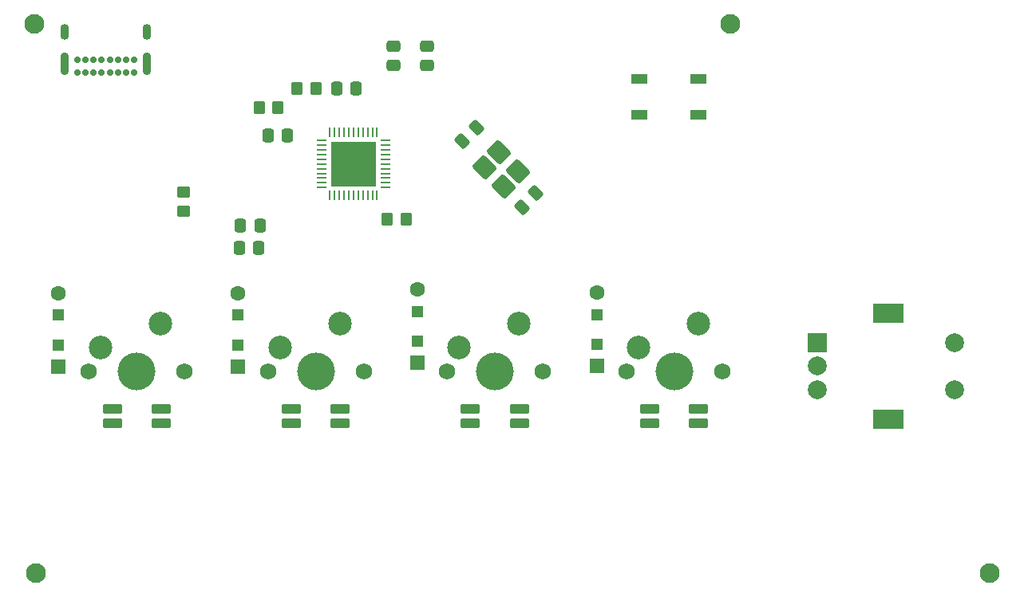
<source format=gbs>
%TF.GenerationSoftware,KiCad,Pcbnew,9.0.7*%
%TF.CreationDate,2026-02-17T21:12:57+08:00*%
%TF.ProjectId,3rd testing,33726420-7465-4737-9469-6e672e6b6963,rev?*%
%TF.SameCoordinates,Original*%
%TF.FileFunction,Soldermask,Bot*%
%TF.FilePolarity,Negative*%
%FSLAX46Y46*%
G04 Gerber Fmt 4.6, Leading zero omitted, Abs format (unit mm)*
G04 Created by KiCad (PCBNEW 9.0.7) date 2026-02-17 21:12:57*
%MOMM*%
%LPD*%
G01*
G04 APERTURE LIST*
G04 Aperture macros list*
%AMRoundRect*
0 Rectangle with rounded corners*
0 $1 Rounding radius*
0 $2 $3 $4 $5 $6 $7 $8 $9 X,Y pos of 4 corners*
0 Add a 4 corners polygon primitive as box body*
4,1,4,$2,$3,$4,$5,$6,$7,$8,$9,$2,$3,0*
0 Add four circle primitives for the rounded corners*
1,1,$1+$1,$2,$3*
1,1,$1+$1,$4,$5*
1,1,$1+$1,$6,$7*
1,1,$1+$1,$8,$9*
0 Add four rect primitives between the rounded corners*
20,1,$1+$1,$2,$3,$4,$5,0*
20,1,$1+$1,$4,$5,$6,$7,0*
20,1,$1+$1,$6,$7,$8,$9,0*
20,1,$1+$1,$8,$9,$2,$3,0*%
G04 Aperture macros list end*
%ADD10C,2.100000*%
%ADD11C,1.750000*%
%ADD12C,4.000000*%
%ADD13C,2.500000*%
%ADD14R,2.000000X2.000000*%
%ADD15C,2.000000*%
%ADD16R,3.200000X2.000000*%
%ADD17R,1.600000X1.600000*%
%ADD18R,1.200000X1.200000*%
%ADD19C,1.600000*%
%ADD20RoundRect,0.250000X0.337500X0.475000X-0.337500X0.475000X-0.337500X-0.475000X0.337500X-0.475000X0*%
%ADD21RoundRect,0.250000X0.350000X0.450000X-0.350000X0.450000X-0.350000X-0.450000X0.350000X-0.450000X0*%
%ADD22RoundRect,0.250000X0.450000X-0.350000X0.450000X0.350000X-0.450000X0.350000X-0.450000X-0.350000X0*%
%ADD23RoundRect,0.102000X0.900000X0.410000X-0.900000X0.410000X-0.900000X-0.410000X0.900000X-0.410000X0*%
%ADD24RoundRect,0.250000X-1.025305X0.106066X0.106066X-1.025305X1.025305X-0.106066X-0.106066X1.025305X0*%
%ADD25RoundRect,0.250000X0.097227X-0.574524X0.574524X-0.097227X-0.097227X0.574524X-0.574524X0.097227X0*%
%ADD26C,0.700000*%
%ADD27O,0.900000X1.700000*%
%ADD28O,0.900000X2.400000*%
%ADD29RoundRect,0.250000X-0.097227X0.574524X-0.574524X0.097227X0.097227X-0.574524X0.574524X-0.097227X0*%
%ADD30RoundRect,0.250000X0.475000X-0.337500X0.475000X0.337500X-0.475000X0.337500X-0.475000X-0.337500X0*%
%ADD31RoundRect,0.062500X-0.062500X0.450000X-0.062500X-0.450000X0.062500X-0.450000X0.062500X0.450000X0*%
%ADD32RoundRect,0.062500X-0.450000X0.062500X-0.450000X-0.062500X0.450000X-0.062500X0.450000X0.062500X0*%
%ADD33R,4.700000X4.700000*%
%ADD34RoundRect,0.250000X-0.337500X-0.475000X0.337500X-0.475000X0.337500X0.475000X-0.337500X0.475000X0*%
%ADD35RoundRect,0.250000X-0.350000X-0.450000X0.350000X-0.450000X0.350000X0.450000X-0.350000X0.450000X0*%
%ADD36R,1.700000X1.000000*%
G04 APERTURE END LIST*
D10*
%TO.C,REF\u002A\u002A*%
X167947500Y-106511250D03*
%TD*%
D11*
%TO.C,SW1*%
X72380000Y-85080000D03*
D12*
X77460000Y-85080000D03*
D11*
X82540000Y-85080000D03*
D13*
X73650000Y-82540000D03*
X80000000Y-80000000D03*
%TD*%
D11*
%TO.C,SW2*%
X91380000Y-85080000D03*
D12*
X96460000Y-85080000D03*
D11*
X101540000Y-85080000D03*
D13*
X92650000Y-82540000D03*
X99000000Y-80000000D03*
%TD*%
D10*
%TO.C,REF\u002A\u002A*%
X66744375Y-106511250D03*
%TD*%
%TO.C,REF\u002A\u002A*%
X140413125Y-48170625D03*
%TD*%
D14*
%TO.C,SW6*%
X149685000Y-82055000D03*
D15*
X149685000Y-87055000D03*
X149685000Y-84555000D03*
D16*
X157185000Y-78955000D03*
X157185000Y-90155000D03*
D15*
X164185000Y-87055000D03*
X164185000Y-82055000D03*
%TD*%
D10*
%TO.C,REF\u002A\u002A*%
X66594375Y-48170625D03*
%TD*%
D11*
%TO.C,SW4*%
X129380000Y-85080000D03*
D12*
X134460000Y-85080000D03*
D11*
X139540000Y-85080000D03*
D13*
X130650000Y-82540000D03*
X137000000Y-80000000D03*
%TD*%
D11*
%TO.C,SW3*%
X110380000Y-85080000D03*
D12*
X115460000Y-85080000D03*
D11*
X120540000Y-85080000D03*
D13*
X111650000Y-82540000D03*
X118000000Y-80000000D03*
%TD*%
D17*
%TO.C,D4*%
X126275625Y-84536250D03*
D18*
X126275625Y-82211250D03*
X126275625Y-79061250D03*
D19*
X126275625Y-76736250D03*
%TD*%
D20*
%TO.C,C4*%
X90406875Y-71983125D03*
X88331875Y-71983125D03*
%TD*%
D21*
%TO.C,R4*%
X96460000Y-55080000D03*
X94460000Y-55080000D03*
%TD*%
D22*
%TO.C,R5*%
X82460000Y-68080000D03*
X82460000Y-66080000D03*
%TD*%
D23*
%TO.C,D8*%
X131860000Y-89092500D03*
X131860000Y-90592500D03*
X137060000Y-90592500D03*
X137060000Y-89092500D03*
%TD*%
D17*
%TO.C,D2*%
X88175625Y-84601875D03*
D18*
X88175625Y-82276875D03*
X88175625Y-79126875D03*
D19*
X88175625Y-76801875D03*
%TD*%
D24*
%TO.C,Y1*%
X115865267Y-61844124D03*
X117915876Y-63894733D03*
X116360241Y-65450368D03*
X114309632Y-63399759D03*
%TD*%
D23*
%TO.C,D5*%
X74860000Y-89092500D03*
X74860000Y-90592500D03*
X80060000Y-90592500D03*
X80060000Y-89092500D03*
%TD*%
D25*
%TO.C,C2*%
X118316631Y-67647246D03*
X119783877Y-66180000D03*
%TD*%
D26*
%TO.C,P1*%
X71200625Y-53386250D03*
X72050625Y-53386250D03*
X72900625Y-53386250D03*
X73750625Y-53386250D03*
X74600625Y-53386250D03*
X75450625Y-53386250D03*
X76300625Y-53386250D03*
X77150625Y-53386250D03*
X77150625Y-52036250D03*
X76300625Y-52036250D03*
X75450625Y-52036250D03*
X74600625Y-52036250D03*
X73750625Y-52036250D03*
X72900625Y-52036250D03*
X72050625Y-52036250D03*
X71200625Y-52036250D03*
D27*
X69850625Y-49026250D03*
D28*
X69850625Y-52406250D03*
D27*
X78500625Y-49026250D03*
D28*
X78500625Y-52406250D03*
%TD*%
D20*
%TO.C,C5*%
X93460000Y-60080000D03*
X91385000Y-60080000D03*
%TD*%
D29*
%TO.C,C1*%
X113480000Y-59180000D03*
X112012754Y-60647246D03*
%TD*%
D30*
%TO.C,C3*%
X104694375Y-52626875D03*
X104694375Y-50551875D03*
%TD*%
D17*
%TO.C,D1*%
X69125625Y-84601875D03*
D18*
X69125625Y-82276875D03*
X69125625Y-79126875D03*
D19*
X69125625Y-76801875D03*
%TD*%
D31*
%TO.C,U1*%
X97960000Y-59717500D03*
X98460000Y-59717500D03*
X98960000Y-59717500D03*
X99460000Y-59717500D03*
X99960000Y-59717500D03*
X100460000Y-59717500D03*
X100960000Y-59717500D03*
X101460000Y-59717500D03*
X101960000Y-59717500D03*
X102460000Y-59717500D03*
X102960000Y-59717500D03*
D32*
X103822500Y-60580000D03*
X103822500Y-61080000D03*
X103822500Y-61580000D03*
X103822500Y-62080000D03*
X103822500Y-62580000D03*
X103822500Y-63080000D03*
X103822500Y-63580000D03*
X103822500Y-64080000D03*
X103822500Y-64580000D03*
X103822500Y-65080000D03*
X103822500Y-65580000D03*
D31*
X102960000Y-66442500D03*
X102460000Y-66442500D03*
X101960000Y-66442500D03*
X101460000Y-66442500D03*
X100960000Y-66442500D03*
X100460000Y-66442500D03*
X99960000Y-66442500D03*
X99460000Y-66442500D03*
X98960000Y-66442500D03*
X98460000Y-66442500D03*
X97960000Y-66442500D03*
D32*
X97097500Y-65580000D03*
X97097500Y-65080000D03*
X97097500Y-64580000D03*
X97097500Y-64080000D03*
X97097500Y-63580000D03*
X97097500Y-63080000D03*
X97097500Y-62580000D03*
X97097500Y-62080000D03*
X97097500Y-61580000D03*
X97097500Y-61080000D03*
X97097500Y-60580000D03*
D33*
X100460000Y-63080000D03*
%TD*%
D23*
%TO.C,D6*%
X93860000Y-89092500D03*
X93860000Y-90592500D03*
X99060000Y-90592500D03*
X99060000Y-89092500D03*
%TD*%
D34*
%TO.C,C8*%
X98671377Y-55080000D03*
X100746377Y-55080000D03*
%TD*%
D35*
%TO.C,R1*%
X104030000Y-68913623D03*
X106030000Y-68913623D03*
%TD*%
D36*
%TO.C,SW5*%
X130746377Y-57813623D03*
X137046377Y-57813623D03*
X130746377Y-54013623D03*
X137046377Y-54013623D03*
%TD*%
D23*
%TO.C,D7*%
X112860000Y-89092500D03*
X112860000Y-90592500D03*
X118060000Y-90592500D03*
X118060000Y-89092500D03*
%TD*%
D21*
%TO.C,R3*%
X92460000Y-57080000D03*
X90460000Y-57080000D03*
%TD*%
D17*
%TO.C,D3*%
X107225625Y-84217500D03*
D18*
X107225625Y-81892500D03*
X107225625Y-78742500D03*
D19*
X107225625Y-76417500D03*
%TD*%
D30*
%TO.C,C7*%
X108266250Y-52626875D03*
X108266250Y-50551875D03*
%TD*%
D20*
%TO.C,C6*%
X90556875Y-69601875D03*
X88481875Y-69601875D03*
%TD*%
M02*

</source>
